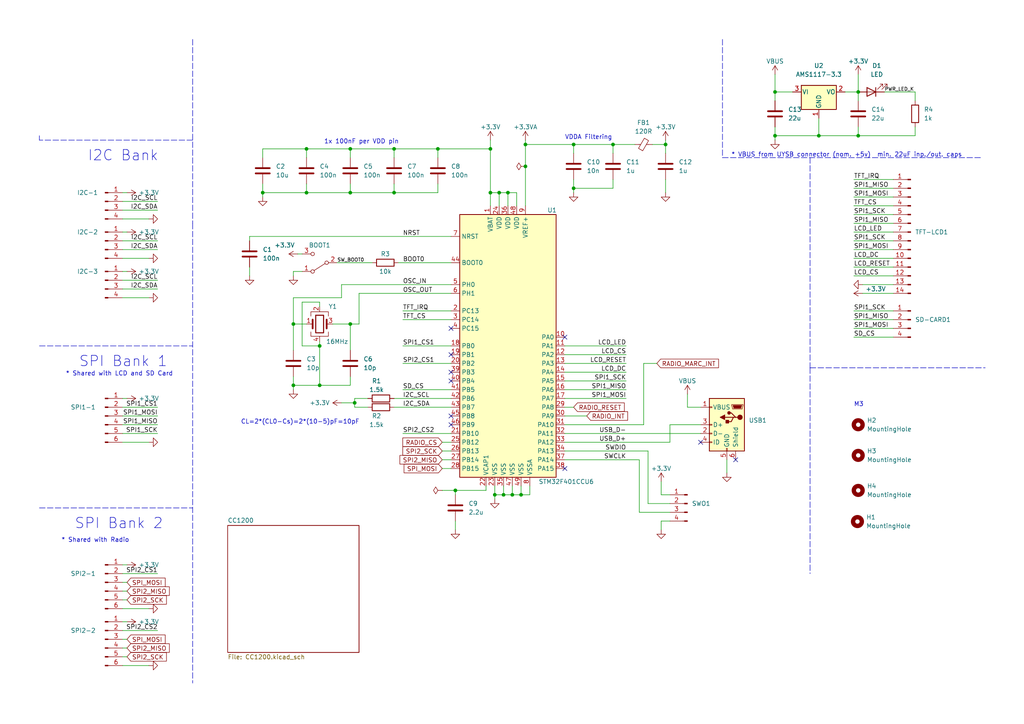
<source format=kicad_sch>
(kicad_sch (version 20211123) (generator eeschema)
  (paper "A4")
  (title_block (title "rocketBeaconModule") (date "2022-08-09") (rev "v0.1.0") (company "ArmstrongLabs") (comment 1 "monitor, additional SPI and I2C communciations.") (comment 2 "testing.  The design allows for SWO flashing, a SD card, TFT/LCD") (comment 3 "STM32F401CCU6 driving a CC1200 Radio for communications"))
  (lib_symbols
    (symbol "Connector:Conn_01x04_Male" (pin_names (offset 1.016) hide)
      (property "Reference" "J" (at 0 5.08 0))
      (property "Value" "Conn_01x04_Male" (at 0 -7.62 0))
      (symbol "Conn_01x04_Male_1_1"
        (polyline (pts (xy 1.27 -5.08) (xy 0.8636 -5.08)) (stroke (width 0.1524)))
        (polyline (pts (xy 1.27 -2.54) (xy 0.8636 -2.54)) (stroke (width 0.1524)))
        (polyline (pts (xy 1.27 0) (xy 0.8636 0)) (stroke (width 0.1524)))
        (polyline (pts (xy 1.27 2.54) (xy 0.8636 2.54)) (stroke (width 0.1524)))
        (rectangle (start 0.8636 -4.953) (end 0 -5.207) (stroke (width 0.1524)) (fill (type outline)))
        (rectangle (start 0.8636 -2.413) (end 0 -2.667) (stroke (width 0.1524)) (fill (type outline)))
        (rectangle (start 0.8636 0.127) (end 0 -0.127) (stroke (width 0.1524)) (fill (type outline)))
        (rectangle (start 0.8636 2.667) (end 0 2.413) (stroke (width 0.1524)) (fill (type outline)))
        (pin passive line (at 5.08 2.54 180) (length 3.81) (name "Pin_1") (number "1"))
        (pin passive line (at 5.08 0 180) (length 3.81) (name "Pin_2") (number "2"))
        (pin passive line (at 5.08 -2.54 180) (length 3.81) (name "Pin_3") (number "3"))
        (pin passive line (at 5.08 -5.08 180) (length 3.81) (name "Pin_4") (number "4"))
      )
    )
    (symbol "Connector:Conn_01x06_Male" (pin_names (offset 1.016) hide)
      (property "Reference" "J" (at 0 7.62 0))
      (property "Value" "Conn_01x06_Male" (at 0 -10.16 0))
      (symbol "Conn_01x06_Male_1_1"
        (polyline (pts (xy 1.27 -7.62) (xy 0.8636 -7.62)) (stroke (width 0.1524)))
        (polyline (pts (xy 1.27 -5.08) (xy 0.8636 -5.08)) (stroke (width 0.1524)))
        (polyline (pts (xy 1.27 -2.54) (xy 0.8636 -2.54)) (stroke (width 0.1524)))
        (polyline (pts (xy 1.27 0) (xy 0.8636 0)) (stroke (width 0.1524)))
        (polyline (pts (xy 1.27 2.54) (xy 0.8636 2.54)) (stroke (width 0.1524)))
        (polyline (pts (xy 1.27 5.08) (xy 0.8636 5.08)) (stroke (width 0.1524)))
        (rectangle (start 0.8636 -7.493) (end 0 -7.747) (stroke (width 0.1524)) (fill (type outline)))
        (rectangle (start 0.8636 -4.953) (end 0 -5.207) (stroke (width 0.1524)) (fill (type outline)))
        (rectangle (start 0.8636 -2.413) (end 0 -2.667) (stroke (width 0.1524)) (fill (type outline)))
        (rectangle (start 0.8636 0.127) (end 0 -0.127) (stroke (width 0.1524)) (fill (type outline)))
        (rectangle (start 0.8636 2.667) (end 0 2.413) (stroke (width 0.1524)) (fill (type outline)))
        (rectangle (start 0.8636 5.207) (end 0 4.953) (stroke (width 0.1524)) (fill (type outline)))
        (pin passive line (at 5.08 5.08 180) (length 3.81) (name "Pin_1") (number "1"))
        (pin passive line (at 5.08 2.54 180) (length 3.81) (name "Pin_2") (number "2"))
        (pin passive line (at 5.08 0 180) (length 3.81) (name "Pin_3") (number "3"))
        (pin passive line (at 5.08 -2.54 180) (length 3.81) (name "Pin_4") (number "4"))
        (pin passive line (at 5.08 -5.08 180) (length 3.81) (name "Pin_5") (number "5"))
        (pin passive line (at 5.08 -7.62 180) (length 3.81) (name "Pin_6") (number "6"))
      )
    )
    (symbol "Connector:Conn_01x14_Male" (pin_names (offset 1.016) hide)
      (property "Reference" "J" (at 0 17.78 0))
      (property "Value" "Conn_01x14_Male" (at 0 -20.32 0))
      (symbol "Conn_01x14_Male_1_1"
        (polyline (pts (xy 1.27 -17.78) (xy 0.8636 -17.78)) (stroke (width 0.1524)))
        (polyline (pts (xy 1.27 -15.24) (xy 0.8636 -15.24)) (stroke (width 0.1524)))
        (polyline (pts (xy 1.27 -12.7) (xy 0.8636 -12.7)) (stroke (width 0.1524)))
        (polyline (pts (xy 1.27 -10.16) (xy 0.8636 -10.16)) (stroke (width 0.1524)))
        (polyline (pts (xy 1.27 -7.62) (xy 0.8636 -7.62)) (stroke (width 0.1524)))
        (polyline (pts (xy 1.27 -5.08) (xy 0.8636 -5.08)) (stroke (width 0.1524)))
        (polyline (pts (xy 1.27 -2.54) (xy 0.8636 -2.54)) (stroke (width 0.1524)))
        (polyline (pts (xy 1.27 0) (xy 0.8636 0)) (stroke (width 0.1524)))
        (polyline (pts (xy 1.27 2.54) (xy 0.8636 2.54)) (stroke (width 0.1524)))
        (polyline (pts (xy 1.27 5.08) (xy 0.8636 5.08)) (stroke (width 0.1524)))
        (polyline (pts (xy 1.27 7.62) (xy 0.8636 7.62)) (stroke (width 0.1524)))
        (polyline (pts (xy 1.27 10.16) (xy 0.8636 10.16)) (stroke (width 0.1524)))
        (polyline (pts (xy 1.27 12.7) (xy 0.8636 12.7)) (stroke (width 0.1524)))
        (polyline (pts (xy 1.27 15.24) (xy 0.8636 15.24)) (stroke (width 0.1524)))
        (rectangle (start 0.8636 -17.653) (end 0 -17.907) (stroke (width 0.1524)) (fill (type outline)))
        (rectangle (start 0.8636 -15.113) (end 0 -15.367) (stroke (width 0.1524)) (fill (type outline)))
        (rectangle (start 0.8636 -12.573) (end 0 -12.827) (stroke (width 0.1524)) (fill (type outline)))
        (rectangle (start 0.8636 -10.033) (end 0 -10.287) (stroke (width 0.1524)) (fill (type outline)))
        (rectangle (start 0.8636 -7.493) (end 0 -7.747) (stroke (width 0.1524)) (fill (type outline)))
        (rectangle (start 0.8636 -4.953) (end 0 -5.207) (stroke (width 0.1524)) (fill (type outline)))
        (rectangle (start 0.8636 -2.413) (end 0 -2.667) (stroke (width 0.1524)) (fill (type outline)))
        (rectangle (start 0.8636 0.127) (end 0 -0.127) (stroke (width 0.1524)) (fill (type outline)))
        (rectangle (start 0.8636 2.667) (end 0 2.413) (stroke (width 0.1524)) (fill (type outline)))
        (rectangle (start 0.8636 5.207) (end 0 4.953) (stroke (width 0.1524)) (fill (type outline)))
        (rectangle (start 0.8636 7.747) (end 0 7.493) (stroke (width 0.1524)) (fill (type outline)))
        (rectangle (start 0.8636 10.287) (end 0 10.033) (stroke (width 0.1524)) (fill (type outline)))
        (rectangle (start 0.8636 12.827) (end 0 12.573) (stroke (width 0.1524)) (fill (type outline)))
        (rectangle (start 0.8636 15.367) (end 0 15.113) (stroke (width 0.1524)) (fill (type outline)))
        (pin passive line (at 5.08 15.24 180) (length 3.81) (name "Pin_1") (number "1"))
        (pin passive line (at 5.08 -7.62 180) (length 3.81) (name "Pin_10") (number "10"))
        (pin passive line (at 5.08 -10.16 180) (length 3.81) (name "Pin_11") (number "11"))
        (pin passive line (at 5.08 -12.7 180) (length 3.81) (name "Pin_12") (number "12"))
        (pin passive line (at 5.08 -15.24 180) (length 3.81) (name "Pin_13") (number "13"))
        (pin passive line (at 5.08 -17.78 180) (length 3.81) (name "Pin_14") (number "14"))
        (pin passive line (at 5.08 12.7 180) (length 3.81) (name "Pin_2") (number "2"))
        (pin passive line (at 5.08 10.16 180) (length 3.81) (name "Pin_3") (number "3"))
        (pin passive line (at 5.08 7.62 180) (length 3.81) (name "Pin_4") (number "4"))
        (pin passive line (at 5.08 5.08 180) (length 3.81) (name "Pin_5") (number "5"))
        (pin passive line (at 5.08 2.54 180) (length 3.81) (name "Pin_6") (number "6"))
        (pin passive line (at 5.08 0 180) (length 3.81) (name "Pin_7") (number "7"))
        (pin passive line (at 5.08 -2.54 180) (length 3.81) (name "Pin_8") (number "8"))
        (pin passive line (at 5.08 -5.08 180) (length 3.81) (name "Pin_9") (number "9"))
      )
    )
    (symbol "Connector:USB_B_Micro" (pin_names (offset 1.016))
      (property "Reference" "J" (at -5.08 11.43 0))
      (property "Value" "USB_B_Micro" (at -5.08 8.89 0))
      (symbol "USB_B_Micro_0_1"
        (rectangle (start -5.08 -7.62) (end 5.08 7.62) (stroke (width 0.254)) (fill (type background)))
        (circle (center -3.81 2.159) (radius 0.635) (stroke (width 0.254)) (fill (type outline)))
        (circle (center -0.635 3.429) (radius 0.381) (stroke (width 0.254)) (fill (type outline)))
        (rectangle (start -0.127 -7.62) (end 0.127 -6.858))
        (polyline (pts (xy -1.905 2.159) (xy 0.635 2.159)) (stroke (width 0.254)))
        (polyline (pts (xy -3.175 2.159) (xy -2.54 2.159) (xy -1.27 3.429) (xy -0.635 3.429)) (stroke (width 0.254)))
        (polyline (pts (xy -2.54 2.159) (xy -1.905 2.159) (xy -1.27 0.889) (xy 0 0.889)) (stroke (width 0.254)))
        (polyline (pts (xy 0.635 2.794) (xy 0.635 1.524) (xy 1.905 2.159) (xy 0.635 2.794)) (stroke (width 0.254)) (fill (type outline)))
        (polyline (pts (xy -4.318 5.588) (xy -1.778 5.588) (xy -2.032 4.826) (xy -4.064 4.826) (xy -4.318 5.588)) (fill (type outline)))
        (polyline (pts (xy -4.699 5.842) (xy -4.699 5.588) (xy -4.445 4.826) (xy -4.445 4.572) (xy -1.651 4.572) (xy -1.651 4.826) (xy -1.397 5.588) (xy -1.397 5.842) (xy -4.699 5.842)))
        (rectangle (start 0.254 1.27) (end -0.508 0.508) (stroke (width 0.254)) (fill (type outline)))
        (rectangle (start 5.08 -5.207) (end 4.318 -4.953))
        (rectangle (start 5.08 -2.667) (end 4.318 -2.413))
        (rectangle (start 5.08 -0.127) (end 4.318 0.127))
        (rectangle (start 5.08 4.953) (end 4.318 5.207))
      )
      (symbol "USB_B_Micro_1_1"
        (pin power_out line (at 7.62 5.08 180) (length 2.54) (name "VBUS") (number "1"))
        (pin bidirectional line (at 7.62 -2.54 180) (length 2.54) (name "D-") (number "2"))
        (pin bidirectional line (at 7.62 0 180) (length 2.54) (name "D+") (number "3"))
        (pin passive line (at 7.62 -5.08 180) (length 2.54) (name "ID") (number "4"))
        (pin power_out line (at 0 -10.16 90) (length 2.54) (name "GND") (number "5"))
        (pin passive line (at -2.54 -10.16 90) (length 2.54) (name "Shield") (number "6"))
      )
    )
    (symbol "Device:C" (pin_numbers hide) (pin_names (offset 0.254))
      (property "Reference" "C" (at 0.635 2.54 0))
      (property "Value" "C" (at 0.635 -2.54 0))
      (symbol "C_0_1"
        (polyline (pts (xy -2.032 -0.762) (xy 2.032 -0.762)) (stroke (width 0.508)))
        (polyline (pts (xy -2.032 0.762) (xy 2.032 0.762)) (stroke (width 0.508)))
      )
      (symbol "C_1_1"
        (pin passive line (at 0 3.81 270) (length 2.794) (name "~") (number "1"))
        (pin passive line (at 0 -3.81 90) (length 2.794) (name "~") (number "2"))
      )
    )
    (symbol "Device:Crystal_GND24" (pin_names (offset 1.016) hide)
      (property "Reference" "Y" (at 3.175 5.08 0))
      (property "Value" "Crystal_GND24" (at 3.175 3.175 0))
      (symbol "Crystal_GND24_0_1"
        (rectangle (start -1.143 2.54) (end 1.143 -2.54) (stroke (width 0.3048)))
        (polyline (pts (xy -2.54 0) (xy -2.032 0)))
        (polyline (pts (xy -2.032 -1.27) (xy -2.032 1.27)) (stroke (width 0.508)))
        (polyline (pts (xy 0 -3.81) (xy 0 -3.556)))
        (polyline (pts (xy 0 3.556) (xy 0 3.81)))
        (polyline (pts (xy 2.032 -1.27) (xy 2.032 1.27)) (stroke (width 0.508)))
        (polyline (pts (xy 2.032 0) (xy 2.54 0)))
        (polyline (pts (xy -2.54 -2.286) (xy -2.54 -3.556) (xy 2.54 -3.556) (xy 2.54 -2.286)))
        (polyline (pts (xy -2.54 2.286) (xy -2.54 3.556) (xy 2.54 3.556) (xy 2.54 2.286)))
      )
      (symbol "Crystal_GND24_1_1"
        (pin passive line (at -3.81 0 0) (length 1.27) (name "1") (number "1"))
        (pin passive line (at 0 5.08 270) (length 1.27) (name "2") (number "2"))
        (pin passive line (at 3.81 0 180) (length 1.27) (name "3") (number "3"))
        (pin passive line (at 0 -5.08 90) (length 1.27) (name "4") (number "4"))
      )
    )
    (symbol "Device:FerriteBead_Small" (pin_numbers hide) (pin_names (offset 0))
      (property "Reference" "FB" (at 1.905 1.27 0))
      (property "Value" "FerriteBead_Small" (at 1.905 -1.27 0))
      (symbol "FerriteBead_Small_0_1"
        (polyline (pts (xy 0 -1.27) (xy 0 -0.7874)))
        (polyline (pts (xy 0 0.889) (xy 0 1.2954)))
        (polyline (pts (xy -1.8288 0.2794) (xy -1.1176 1.4986) (xy 1.8288 -0.2032) (xy 1.1176 -1.4224) (xy -1.8288 0.2794)))
      )
      (symbol "FerriteBead_Small_1_1"
        (pin passive line (at 0 2.54 270) (length 1.27) (name "~") (number "1"))
        (pin passive line (at 0 -2.54 90) (length 1.27) (name "~") (number "2"))
      )
    )
    (symbol "Device:LED" (pin_numbers hide) (pin_names (offset 1.016) hide)
      (property "Reference" "D" (at 0 2.54 0))
      (property "Value" "LED" (at 0 -2.54 0))
      (symbol "LED_0_1"
        (polyline (pts (xy -1.27 -1.27) (xy -1.27 1.27)) (stroke (width 0.254)))
        (polyline (pts (xy -1.27 0) (xy 1.27 0)))
        (polyline (pts (xy 1.27 -1.27) (xy 1.27 1.27) (xy -1.27 0) (xy 1.27 -1.27)) (stroke (width 0.254)))
        (polyline (pts (xy -3.048 -0.762) (xy -4.572 -2.286) (xy -3.81 -2.286) (xy -4.572 -2.286) (xy -4.572 -1.524)))
        (polyline (pts (xy -1.778 -0.762) (xy -3.302 -2.286) (xy -2.54 -2.286) (xy -3.302 -2.286) (xy -3.302 -1.524)))
      )
      (symbol "LED_1_1"
        (pin passive line (at -3.81 0 0) (length 2.54) (name "K") (number "1"))
        (pin passive line (at 3.81 0 180) (length 2.54) (name "A") (number "2"))
      )
    )
    (symbol "Device:R" (pin_numbers hide) (pin_names (offset 0))
      (property "Reference" "R" (at 2.032 0 90))
      (property "Value" "R" (at 0 0 90))
      (symbol "R_0_1"
        (rectangle (start -1.016 -2.54) (end 1.016 2.54) (stroke (width 0.254)))
      )
      (symbol "R_1_1"
        (pin passive line (at 0 3.81 270) (length 1.27) (name "~") (number "1"))
        (pin passive line (at 0 -3.81 90) (length 1.27) (name "~") (number "2"))
      )
    )
    (symbol "MCU_ST_STM32F4:STM32F401CCUx"
      (property "Reference" "U?" (at 10.16 39.37 0))
      (property "Value" "STM32F401CCU6" (at 7.62 -39.37 0))
      (symbol "STM32F401CCUx_0_1"
        (rectangle (start -15.24 -38.1) (end 12.7 38.1) (stroke (width 0.254)) (fill (type background)))
      )
      (symbol "STM32F401CCUx_1_1"
        (pin power_in line (at -6.35 40.64 270) (length 2.54) (name "VBAT") (number "1"))
        (pin bidirectional line (at 15.24 2.54 180) (length 2.54) (name "PA0") (number "10"))
        (pin bidirectional line (at 15.24 0 180) (length 2.54) (name "PA1") (number "11"))
        (pin bidirectional line (at 15.24 -2.54 180) (length 2.54) (name "PA2") (number "12"))
        (pin bidirectional line (at 15.24 -5.08 180) (length 2.54) (name "PA3") (number "13"))
        (pin bidirectional line (at 15.24 -7.62 180) (length 2.54) (name "PA4") (number "14"))
        (pin bidirectional line (at 15.24 -10.16 180) (length 2.54) (name "PA5") (number "15"))
        (pin bidirectional line (at 15.24 -12.7 180) (length 2.54) (name "PA6") (number "16"))
        (pin bidirectional line (at 15.24 -15.24 180) (length 2.54) (name "PA7") (number "17"))
        (pin bidirectional line (at -17.78 0 0) (length 2.54) (name "PB0") (number "18"))
        (pin bidirectional line (at -17.78 -2.54 0) (length 2.54) (name "PB1") (number "19"))
        (pin bidirectional line (at -17.78 10.16 0) (length 2.54) (name "PC13") (number "2"))
        (pin bidirectional line (at -17.78 -5.08 0) (length 2.54) (name "PB2") (number "20"))
        (pin bidirectional line (at -17.78 -25.4 0) (length 2.54) (name "PB10") (number "21"))
        (pin power_in line (at -7.62 -40.64 90) (length 2.54) (name "VCAP1") (number "22"))
        (pin power_in line (at -5.08 -40.64 90) (length 2.54) (name "VSS") (number "23"))
        (pin power_in line (at -3.81 40.64 270) (length 2.54) (name "VDD") (number "24"))
        (pin bidirectional line (at -17.78 -27.94 0) (length 2.54) (name "PB12") (number "25"))
        (pin bidirectional line (at -17.78 -30.48 0) (length 2.54) (name "PB13") (number "26"))
        (pin bidirectional line (at -17.78 -33.02 0) (length 2.54) (name "PB14") (number "27"))
        (pin bidirectional line (at -17.78 -35.56 0) (length 2.54) (name "PB15") (number "28"))
        (pin bidirectional line (at 15.24 -17.78 180) (length 2.54) (name "PA8") (number "29"))
        (pin bidirectional line (at -17.78 7.62 0) (length 2.54) (name "PC14") (number "3"))
        (pin bidirectional line (at 15.24 -20.32 180) (length 2.54) (name "PA9") (number "30"))
        (pin bidirectional line (at 15.24 -22.86 180) (length 2.54) (name "PA10") (number "31"))
        (pin bidirectional line (at 15.24 -25.4 180) (length 2.54) (name "PA11") (number "32"))
        (pin bidirectional line (at 15.24 -27.94 180) (length 2.54) (name "PA12") (number "33"))
        (pin bidirectional line (at 15.24 -30.48 180) (length 2.54) (name "PA13") (number "34"))
        (pin power_in line (at -2.54 -40.64 90) (length 2.54) (name "VSS") (number "35"))
        (pin power_in line (at -1.27 40.64 270) (length 2.54) (name "VDD") (number "36"))
        (pin bidirectional line (at 15.24 -33.02 180) (length 2.54) (name "PA14") (number "37"))
        (pin bidirectional line (at 15.24 -35.56 180) (length 2.54) (name "PA15") (number "38"))
        (pin bidirectional line (at -17.78 -7.62 0) (length 2.54) (name "PB3") (number "39"))
        (pin bidirectional line (at -17.78 5.08 0) (length 2.54) (name "PC15") (number "4"))
        (pin bidirectional line (at -17.78 -10.16 0) (length 2.54) (name "PB4") (number "40"))
        (pin bidirectional line (at -17.78 -12.7 0) (length 2.54) (name "PB5") (number "41"))
        (pin bidirectional line (at -17.78 -15.24 0) (length 2.54) (name "PB6") (number "42"))
        (pin bidirectional line (at -17.78 -17.78 0) (length 2.54) (name "PB7") (number "43"))
        (pin input line (at -17.78 24.13 0) (length 2.54) (name "BOOT0") (number "44"))
        (pin bidirectional line (at -17.78 -20.32 0) (length 2.54) (name "PB8") (number "45"))
        (pin bidirectional line (at -17.78 -22.86 0) (length 2.54) (name "PB9") (number "46"))
        (pin power_in line (at 0 -40.64 90) (length 2.54) (name "VSS") (number "47"))
        (pin power_in line (at 1.27 40.64 270) (length 2.54) (name "VDD") (number "48"))
        (pin power_in line (at 2.54 -40.64 90) (length 2.54) (name "VSS") (number "49"))
        (pin input line (at -17.78 17.78 0) (length 2.54) (name "PH0") (number "5"))
        (pin input line (at -17.78 15.24 0) (length 2.54) (name "PH1") (number "6"))
        (pin input line (at -17.78 31.75 0) (length 2.54) (name "NRST") (number "7"))
        (pin power_in line (at 5.08 -40.64 90) (length 2.54) (name "VSSA") (number "8"))
        (pin power_in line (at 3.81 40.64 270) (length 2.54) (name "VREF+") (number "9"))
      )
    )
    (symbol "Mechanical:MountingHole" (pin_names (offset 1.016))
      (property "Reference" "H" (at 0 5.08 0))
      (property "Value" "MountingHole" (at 0 3.175 0))
      (symbol "MountingHole_0_1"
        (circle (center 0 0) (radius 1.27) (stroke (width 1.27)))
      )
    )
    (symbol "Regulator_Linear:AMS1117-3.3" (pin_names (offset 0.254))
      (property "Reference" "U" (at -3.81 3.175 0))
      (property "Value" "AMS1117-3.3" (at 0 3.175 0))
      (symbol "AMS1117-3.3_0_1"
        (rectangle (start -5.08 -5.08) (end 5.08 1.905) (stroke (width 0.254)) (fill (type background)))
      )
      (symbol "AMS1117-3.3_1_1"
        (pin power_in line (at 0 -7.62 90) (length 2.54) (name "GND") (number "1"))
        (pin power_out line (at 7.62 0 180) (length 2.54) (name "VO") (number "2"))
        (pin power_in line (at -7.62 0 0) (length 2.54) (name "VI") (number "3"))
      )
    )
    (symbol "Switch:SW_SPDT" (pin_names (offset 0) hide)
      (property "Reference" "SW" (at 0 4.318 0))
      (property "Value" "SW_SPDT" (at 0 -5.08 0))
      (symbol "SW_SPDT_0_0"
        (circle (center -2.032 0) (radius 0.508))
        (circle (center 2.032 -2.54) (radius 0.508))
      )
      (symbol "SW_SPDT_0_1"
        (polyline (pts (xy -1.524 0.254) (xy 1.651 2.286)))
        (circle (center 2.032 2.54) (radius 0.508))
      )
      (symbol "SW_SPDT_1_1"
        (pin passive line (at 5.08 2.54 180) (length 2.54) (name "A") (number "1"))
        (pin passive line (at -5.08 0 0) (length 2.54) (name "B") (number "2"))
        (pin passive line (at 5.08 -2.54 180) (length 2.54) (name "C") (number "3"))
      )
    )
    (symbol "power:+3.3V" (power) (pin_names (offset 0))
      (property "Value" "+3.3V" (at 0 3.556 0))
      (symbol "+3.3V_0_1"
        (polyline (pts (xy -0.762 1.27) (xy 0 2.54)))
        (polyline (pts (xy 0 0) (xy 0 2.54)))
        (polyline (pts (xy 0 2.54) (xy 0.762 1.27)))
      )
      (symbol "+3.3V_1_1"
        (pin power_in line (at 0 0 90) (length 0) hide (name "+3.3V") (number "1"))
      )
    )
    (symbol "power:+3.3VA" (power) (pin_names (offset 0))
      (property "Value" "+3.3VA" (at 0 3.556 0))
      (symbol "+3.3VA_0_1"
        (polyline (pts (xy -0.762 1.27) (xy 0 2.54)))
        (polyline (pts (xy 0 0) (xy 0 2.54)))
        (polyline (pts (xy 0 2.54) (xy 0.762 1.27)))
      )
      (symbol "+3.3VA_1_1"
        (pin power_in line (at 0 0 90) (length 0) hide (name "+3.3VA") (number "1"))
      )
    )
    (symbol "power:GND" (power) (pin_names (offset 0))
      (property "Value" "GND" (at 0 -3.81 0))
      (symbol "GND_0_1"
        (polyline (pts (xy 0 0) (xy 0 -1.27) (xy 1.27 -1.27) (xy 0 -2.54) (xy -1.27 -1.27) (xy 0 -1.27)))
      )
      (symbol "GND_1_1"
        (pin power_in line (at 0 0 270) (length 0) hide (name "GND") (number "1"))
      )
    )
    (symbol "power:PWR_FLAG" (power) (pin_numbers hide) (pin_names (offset 0) hide)
      (property "Value" "PWR_FLAG" (at 0 3.81 0))
      (symbol "PWR_FLAG_0_0"
        (pin power_out line (at 0 0 90) (length 0) (name "pwr") (number "1"))
      )
      (symbol "PWR_FLAG_0_1"
        (polyline (pts (xy 0 0) (xy 0 1.27) (xy -1.016 1.905) (xy 0 2.54) (xy 1.016 1.905) (xy 0 1.27)))
      )
    )
    (symbol "power:VBUS" (power) (pin_names (offset 0))
      (property "Value" "VBUS" (at 0 3.81 0))
      (symbol "VBUS_0_1"
        (polyline (pts (xy -0.762 1.27) (xy 0 2.54)))
        (polyline (pts (xy 0 0) (xy 0 2.54)))
        (polyline (pts (xy 0 2.54) (xy 0.762 1.27)))
      )
      (symbol "VBUS_1_1"
        (pin power_in line (at 0 0 90) (length 0) hide (name "VBUS") (number "1"))
      )
    )
  )
  (junction (at 102.87 116.84))
  (junction (at 76.2 55.88))
  (junction (at 143.51 143.51))
  (junction (at 166.37 54.61))
  (junction (at 224.79 26.67))
  (junction (at 224.79 39.37))
  (junction (at 127 43.18))
  (junction (at 85.09 93.98))
  (junction (at 101.6 43.18))
  (junction (at 148.59 143.51))
  (junction (at 152.4 48.26))
  (junction (at 152.4 41.91))
  (junction (at 193.04 41.91))
  (junction (at 92.71 100.33))
  (junction (at 147.32 55.88))
  (junction (at 248.92 26.67))
  (junction (at 166.37 41.91))
  (junction (at 142.24 55.88))
  (junction (at 101.6 55.88))
  (junction (at 248.92 39.37))
  (junction (at 92.71 111.76))
  (junction (at 132.08 142.24))
  (junction (at 85.09 111.76))
  (junction (at 146.05 143.51))
  (junction (at 114.3 55.88))
  (junction (at 237.49 39.37))
  (junction (at 144.78 55.88))
  (junction (at 88.9 43.18))
  (junction (at 177.8 41.91))
  (junction (at 114.3 43.18))
  (junction (at 88.9 55.88))
  (junction (at 142.24 43.18))
  (junction (at 151.13 143.51))
  (junction (at 101.6 93.98))
  (no_connect (at 130.81 110.49))
  (no_connect (at 130.81 123.19))
  (no_connect (at 163.83 135.89))
  (no_connect (at 163.83 97.79))
  (no_connect (at 130.81 102.87))
  (no_connect (at 203.2 128.27))
  (no_connect (at 213.36 133.35))
  (no_connect (at 130.81 95.25))
  (no_connect (at 130.81 120.65))
  (no_connect (at 130.81 107.95))
  (wire (pts (xy 250.19 82.55) (xy 259.08 82.55)))
  (wire (pts (xy 115.57 76.2) (xy 130.81 76.2)))
  (wire (pts (xy 148.59 140.97) (xy 148.59 143.51)))
  (wire (pts (xy 102.87 116.84) (xy 99.06 116.84)))
  (wire (pts (xy 142.24 40.64) (xy 142.24 43.18)))
  (wire (pts (xy 224.79 26.67) (xy 224.79 29.21)))
  (wire (pts (xy 247.65 67.31) (xy 259.08 67.31)))
  (wire (pts (xy 177.8 41.91) (xy 184.15 41.91)))
  (wire (pts (xy 35.56 78.74) (xy 36.83 78.74)))
  (wire (pts (xy 76.2 45.72) (xy 76.2 43.18)))
  (polyline (pts (xy 11.43 147.32) (xy 55.88 147.32)))
  (wire (pts (xy 35.56 69.85) (xy 45.72 69.85)))
  (wire (pts (xy 149.86 59.69) (xy 149.86 55.88)))
  (wire (pts (xy 104.14 85.09) (xy 130.81 85.09)))
  (wire (pts (xy 247.65 80.01) (xy 259.08 80.01)))
  (wire (pts (xy 85.09 109.22) (xy 85.09 111.76)))
  (polyline (pts (xy 209.55 11.43) (xy 209.55 45.72)))
  (wire (pts (xy 35.56 123.19) (xy 45.72 123.19)))
  (wire (pts (xy 114.3 43.18) (xy 114.3 45.72)))
  (wire (pts (xy 35.56 166.37) (xy 45.72 166.37)))
  (wire (pts (xy 189.23 41.91) (xy 193.04 41.91)))
  (wire (pts (xy 177.8 52.07) (xy 177.8 54.61)))
  (wire (pts (xy 128.27 133.35) (xy 130.81 133.35)))
  (wire (pts (xy 35.56 182.88) (xy 45.72 182.88)))
  (wire (pts (xy 237.49 34.29) (xy 237.49 39.37)))
  (wire (pts (xy 142.24 55.88) (xy 142.24 59.69)))
  (wire (pts (xy 85.09 86.36) (xy 85.09 93.98)))
  (wire (pts (xy 247.65 77.47) (xy 259.08 77.47)))
  (wire (pts (xy 247.65 62.23) (xy 259.08 62.23)))
  (wire (pts (xy 35.56 55.88) (xy 36.83 55.88)))
  (wire (pts (xy 194.31 151.13) (xy 191.77 151.13)))
  (wire (pts (xy 35.56 163.83) (xy 36.83 163.83)))
  (wire (pts (xy 147.32 55.88) (xy 144.78 55.88)))
  (wire (pts (xy 224.79 39.37) (xy 224.79 40.64)))
  (wire (pts (xy 194.31 128.27) (xy 194.31 123.19)))
  (wire (pts (xy 101.6 55.88) (xy 88.9 55.88)))
  (wire (pts (xy 128.27 135.89) (xy 130.81 135.89)))
  (wire (pts (xy 76.2 43.18) (xy 88.9 43.18)))
  (wire (pts (xy 247.65 52.07) (xy 259.08 52.07)))
  (wire (pts (xy 92.71 100.33) (xy 92.71 111.76)))
  (wire (pts (xy 35.56 185.42) (xy 36.83 185.42)))
  (wire (pts (xy 146.05 140.97) (xy 146.05 143.51)))
  (wire (pts (xy 163.83 133.35) (xy 185.42 133.35)))
  (wire (pts (xy 177.8 41.91) (xy 166.37 41.91)))
  (wire (pts (xy 153.67 143.51) (xy 151.13 143.51)))
  (wire (pts (xy 88.9 55.88) (xy 76.2 55.88)))
  (wire (pts (xy 99.06 82.55) (xy 99.06 86.36)))
  (polyline (pts (xy 234.95 106.68) (xy 234.95 166.37)))
  (polyline (pts (xy 234.95 106.68) (xy 285.75 106.68)))
  (wire (pts (xy 256.54 26.67) (xy 265.43 26.67)))
  (wire (pts (xy 166.37 41.91) (xy 166.37 44.45)))
  (wire (pts (xy 101.6 53.34) (xy 101.6 55.88)))
  (wire (pts (xy 132.08 151.13) (xy 132.08 153.67)))
  (wire (pts (xy 101.6 43.18) (xy 101.6 45.72)))
  (wire (pts (xy 191.77 143.51) (xy 191.77 139.7)))
  (wire (pts (xy 92.71 87.63) (xy 87.63 87.63)))
  (wire (pts (xy 148.59 143.51) (xy 146.05 143.51)))
  (wire (pts (xy 116.84 113.03) (xy 130.81 113.03)))
  (wire (pts (xy 116.84 125.73) (xy 130.81 125.73)))
  (wire (pts (xy 185.42 133.35) (xy 185.42 148.59)))
  (wire (pts (xy 248.92 26.67) (xy 248.92 21.59)))
  (wire (pts (xy 194.31 143.51) (xy 191.77 143.51)))
  (wire (pts (xy 35.56 125.73) (xy 45.72 125.73)))
  (wire (pts (xy 116.84 100.33) (xy 130.81 100.33)))
  (wire (pts (xy 248.92 39.37) (xy 237.49 39.37)))
  (wire (pts (xy 35.56 63.5) (xy 43.18 63.5)))
  (wire (pts (xy 185.42 148.59) (xy 194.31 148.59)))
  (wire (pts (xy 193.04 40.64) (xy 193.04 41.91)))
  (wire (pts (xy 247.65 69.85) (xy 259.08 69.85)))
  (wire (pts (xy 35.56 58.42) (xy 45.72 58.42)))
  (wire (pts (xy 104.14 93.98) (xy 101.6 93.98)))
  (wire (pts (xy 88.9 43.18) (xy 101.6 43.18)))
  (wire (pts (xy 265.43 39.37) (xy 248.92 39.37)))
  (wire (pts (xy 151.13 143.51) (xy 148.59 143.51)))
  (polyline (pts (xy 11.43 100.33) (xy 55.88 100.33)))
  (wire (pts (xy 186.69 105.41) (xy 190.5 105.41)))
  (wire (pts (xy 101.6 111.76) (xy 92.71 111.76)))
  (wire (pts (xy 152.4 40.64) (xy 152.4 41.91)))
  (wire (pts (xy 35.56 83.82) (xy 45.72 83.82)))
  (wire (pts (xy 76.2 55.88) (xy 76.2 57.15)))
  (wire (pts (xy 265.43 36.83) (xy 265.43 39.37)))
  (wire (pts (xy 250.19 85.09) (xy 259.08 85.09)))
  (wire (pts (xy 144.78 55.88) (xy 142.24 55.88)))
  (polyline (pts (xy 11.43 39.37) (xy 11.43 40.64)))
  (wire (pts (xy 166.37 54.61) (xy 177.8 54.61)))
  (wire (pts (xy 35.56 171.45) (xy 36.83 171.45)))
  (wire (pts (xy 163.83 130.81) (xy 187.96 130.81)))
  (wire (pts (xy 85.09 78.74) (xy 85.09 80.01)))
  (polyline (pts (xy 55.88 64.77) (xy 55.88 198.12)))
  (wire (pts (xy 101.6 109.22) (xy 101.6 111.76)))
  (wire (pts (xy 35.56 115.57) (xy 36.83 115.57)))
  (wire (pts (xy 87.63 87.63) (xy 87.63 100.33)))
  (wire (pts (xy 163.83 105.41) (xy 181.61 105.41)))
  (wire (pts (xy 97.79 76.2) (xy 107.95 76.2)))
  (wire (pts (xy 152.4 48.26) (xy 152.4 59.69)))
  (wire (pts (xy 85.09 93.98) (xy 85.09 101.6)))
  (wire (pts (xy 132.08 143.51) (xy 132.08 142.24)))
  (wire (pts (xy 163.83 128.27) (xy 194.31 128.27)))
  (wire (pts (xy 163.83 107.95) (xy 181.61 107.95)))
  (wire (pts (xy 187.96 146.05) (xy 194.31 146.05)))
  (wire (pts (xy 143.51 140.97) (xy 143.51 143.51)))
  (wire (pts (xy 92.71 111.76) (xy 85.09 111.76)))
  (wire (pts (xy 224.79 21.59) (xy 224.79 26.67)))
  (wire (pts (xy 35.56 193.04) (xy 43.18 193.04)))
  (wire (pts (xy 191.77 151.13) (xy 191.77 153.67)))
  (wire (pts (xy 35.56 173.99) (xy 36.83 173.99)))
  (wire (pts (xy 127 43.18) (xy 142.24 43.18)))
  (wire (pts (xy 35.56 86.36) (xy 43.18 86.36)))
  (wire (pts (xy 166.37 52.07) (xy 166.37 54.61)))
  (wire (pts (xy 114.3 43.18) (xy 127 43.18)))
  (wire (pts (xy 101.6 43.18) (xy 114.3 43.18)))
  (wire (pts (xy 245.11 26.67) (xy 248.92 26.67)))
  (wire (pts (xy 132.08 142.24) (xy 140.97 142.24)))
  (wire (pts (xy 102.87 118.11) (xy 102.87 116.84)))
  (wire (pts (xy 247.65 74.93) (xy 259.08 74.93)))
  (wire (pts (xy 224.79 26.67) (xy 229.87 26.67)))
  (wire (pts (xy 199.39 118.11) (xy 203.2 118.11)))
  (wire (pts (xy 153.67 140.97) (xy 153.67 143.51)))
  (wire (pts (xy 163.83 120.65) (xy 170.18 120.65)))
  (wire (pts (xy 143.51 143.51) (xy 143.51 144.78)))
  (polyline (pts (xy 209.55 45.72) (xy 284.48 45.72)))
  (wire (pts (xy 88.9 53.34) (xy 88.9 55.88)))
  (wire (pts (xy 114.3 55.88) (xy 101.6 55.88)))
  (wire (pts (xy 72.39 68.58) (xy 72.39 69.85)))
  (wire (pts (xy 35.56 67.31) (xy 36.83 67.31)))
  (wire (pts (xy 72.39 68.58) (xy 130.81 68.58)))
  (wire (pts (xy 104.14 85.09) (xy 104.14 93.98)))
  (wire (pts (xy 106.68 115.57) (xy 102.87 115.57)))
  (wire (pts (xy 35.56 120.65) (xy 45.72 120.65)))
  (wire (pts (xy 247.65 92.71) (xy 259.08 92.71)))
  (wire (pts (xy 163.83 125.73) (xy 203.2 125.73)))
  (wire (pts (xy 87.63 100.33) (xy 92.71 100.33)))
  (wire (pts (xy 265.43 26.67) (xy 265.43 29.21)))
  (wire (pts (xy 102.87 115.57) (xy 102.87 116.84)))
  (wire (pts (xy 163.83 102.87) (xy 181.61 102.87)))
  (wire (pts (xy 88.9 43.18) (xy 88.9 45.72)))
  (wire (pts (xy 35.56 81.28) (xy 45.72 81.28)))
  (wire (pts (xy 247.65 90.17) (xy 259.08 90.17)))
  (wire (pts (xy 166.37 41.91) (xy 152.4 41.91)))
  (wire (pts (xy 35.56 128.27) (xy 43.18 128.27)))
  (wire (pts (xy 106.68 118.11) (xy 102.87 118.11)))
  (wire (pts (xy 177.8 44.45) (xy 177.8 41.91)))
  (wire (pts (xy 248.92 36.83) (xy 248.92 39.37)))
  (wire (pts (xy 87.63 78.74) (xy 85.09 78.74)))
  (wire (pts (xy 114.3 53.34) (xy 114.3 55.88)))
  (wire (pts (xy 127 53.34) (xy 127 55.88)))
  (wire (pts (xy 163.83 123.19) (xy 186.69 123.19)))
  (wire (pts (xy 247.65 64.77) (xy 259.08 64.77)))
  (wire (pts (xy 35.56 118.11) (xy 45.72 118.11)))
  (wire (pts (xy 152.4 41.91) (xy 152.4 48.26)))
  (wire (pts (xy 114.3 115.57) (xy 130.81 115.57)))
  (wire (pts (xy 92.71 100.33) (xy 92.71 99.06)))
  (wire (pts (xy 128.27 142.24) (xy 132.08 142.24)))
  (wire (pts (xy 114.3 118.11) (xy 130.81 118.11)))
  (wire (pts (xy 96.52 93.98) (xy 101.6 93.98)))
  (wire (pts (xy 144.78 55.88) (xy 144.78 59.69)))
  (wire (pts (xy 140.97 142.24) (xy 140.97 140.97)))
  (wire (pts (xy 127 45.72) (xy 127 43.18)))
  (wire (pts (xy 116.84 90.17) (xy 130.81 90.17)))
  (wire (pts (xy 163.83 113.03) (xy 181.61 113.03)))
  (wire (pts (xy 116.84 105.41) (xy 130.81 105.41)))
  (wire (pts (xy 247.65 59.69) (xy 259.08 59.69)))
  (wire (pts (xy 187.96 130.81) (xy 187.96 146.05)))
  (wire (pts (xy 210.82 133.35) (xy 210.82 137.16)))
  (wire (pts (xy 193.04 52.07) (xy 193.04 55.88)))
  (wire (pts (xy 127 55.88) (xy 114.3 55.88)))
  (wire (pts (xy 194.31 123.19) (xy 203.2 123.19)))
  (wire (pts (xy 247.65 97.79) (xy 259.08 97.79)))
  (wire (pts (xy 35.56 74.93) (xy 43.18 74.93)))
  (polyline (pts (xy 55.88 11.43) (xy 55.88 64.77)))
  (wire (pts (xy 86.36 73.66) (xy 87.63 73.66)))
  (wire (pts (xy 35.56 187.96) (xy 36.83 187.96)))
  (wire (pts (xy 186.69 123.19) (xy 186.69 105.41)))
  (wire (pts (xy 99.06 86.36) (xy 85.09 86.36)))
  (wire (pts (xy 35.56 180.34) (xy 36.83 180.34)))
  (wire (pts (xy 146.05 143.51) (xy 143.51 143.51)))
  (wire (pts (xy 85.09 93.98) (xy 88.9 93.98)))
  (wire (pts (xy 35.56 72.39) (xy 45.72 72.39)))
  (wire (pts (xy 163.83 110.49) (xy 181.61 110.49)))
  (wire (pts (xy 247.65 54.61) (xy 259.08 54.61)))
  (wire (pts (xy 35.56 60.96) (xy 45.72 60.96)))
  (wire (pts (xy 142.24 43.18) (xy 142.24 55.88)))
  (wire (pts (xy 35.56 190.5) (xy 36.83 190.5)))
  (wire (pts (xy 149.86 55.88) (xy 147.32 55.88)))
  (polyline (pts (xy 234.95 45.72) (xy 234.95 106.68)))
  (wire (pts (xy 163.83 118.11) (xy 166.37 118.11)))
  (wire (pts (xy 85.09 111.76) (xy 85.09 113.03)))
  (polyline (pts (xy 55.88 40.64) (xy 11.43 40.64)))
  (wire (pts (xy 193.04 41.91) (xy 193.04 44.45)))
  (wire (pts (xy 76.2 53.34) (xy 76.2 55.88)))
  (wire (pts (xy 199.39 114.3) (xy 199.39 118.11)))
  (wire (pts (xy 92.71 88.9) (xy 92.71 87.63)))
  (wire (pts (xy 248.92 26.67) (xy 248.92 29.21)))
  (wire (pts (xy 116.84 92.71) (xy 130.81 92.71)))
  (wire (pts (xy 247.65 72.39) (xy 259.08 72.39)))
  (wire (pts (xy 72.39 77.47) (xy 72.39 80.01)))
  (wire (pts (xy 147.32 55.88) (xy 147.32 59.69)))
  (wire (pts (xy 163.83 100.33) (xy 181.61 100.33)))
  (wire (pts (xy 128.27 130.81) (xy 130.81 130.81)))
  (wire (pts (xy 35.56 168.91) (xy 36.83 168.91)))
  (wire (pts (xy 166.37 54.61) (xy 166.37 55.88)))
  (wire (pts (xy 247.65 57.15) (xy 259.08 57.15)))
  (wire (pts (xy 35.56 176.53) (xy 43.18 176.53)))
  (wire (pts (xy 247.65 95.25) (xy 259.08 95.25)))
  (wire (pts (xy 128.27 128.27) (xy 130.81 128.27)))
  (wire (pts (xy 101.6 93.98) (xy 101.6 101.6)))
  (wire (pts (xy 151.13 140.97) (xy 151.13 143.51)))
  (wire (pts (xy 224.79 36.83) (xy 224.79 39.37)))
  (wire (pts (xy 237.49 39.37) (xy 224.79 39.37)))
  (wire (pts (xy 163.83 115.57) (xy 181.61 115.57)))
  (wire (pts (xy 99.06 82.55) (xy 130.81 82.55)))
  (text "SPI Bank 2" (at 21.59 153.67 0) (effects (font (size 3 3)) (justify left bottom)))
  (text "VDDA Filtering" (at 163.83 40.64 0) (effects (font (size 1.27 1.27)) (justify left bottom)))
  (text "M3" (at 247.65 118.11 0) (effects (font (size 1.27 1.27)) (justify left bottom)))
  (text "* Shared with Radio" (at 17.78 157.48 0) (effects (font (size 1.27 1.27)) (justify left bottom)))
  (text "1x 100nF per VDD pin" (at 93.98 41.91 0) (effects (font (size 1.27 1.27)) (justify left bottom)))
  (text "CL=2*(CL0-Cs)=2*(10-5)pF=10pF" (at 69.85 123.19 0) (effects (font (size 1.27 1.27)) (justify left bottom)))
  (text "SPI Bank 1" (at 22.86 106.68 0) (effects (font (size 3 3)) (justify left bottom)))
  (text "* Shared with LCD and SD Card" (at 19.05 109.22 0) (effects (font (size 1.27 1.27)) (justify left bottom)))
  (text "* VBUS from UYSB connector (nom. +5v)  min. 22uF inp./out. caps" (at 212.09 45.72 0) (effects (font (size 1.27 1.27)) (justify left bottom)))
  (text "I2C Bank" (at 25.4 46.99 0) (effects (font (size 3 3)) (justify left bottom)))
  (label "SPI1_MOSI" (at 247.65 95.25 0))
  (label "SPI1_MOSI" (at 247.65 72.39 0))
  (label "I2C_SCL" (at 45.72 81.28 180))
  (label "TFT_CS" (at 116.84 92.71 0))
  (label "SPI1_MISO" (at 45.72 123.19 180))
  (label "SWCLK" (at 181.61 133.35 180))
  (label "SPI1_SCK" (at 181.61 110.49 180))
  (label "LCD_LED" (at 247.65 67.31 0))
  (label "SPI1_SCK" (at 247.65 69.85 0))
  (label "TFT_CS" (at 247.65 59.69 0))
  (label "PWR_LED_K" (at 256.54 26.67 0) (effects (font (size 1 1))))
  (label "LCD_LED" (at 181.61 100.33 180))
  (label "I2C_SDA" (at 45.72 60.96 180))
  (label "I2C_SCL" (at 45.72 58.42 180))
  (label "SD_CS" (at 247.65 97.79 0))
  (label "SPI2_CS2" (at 116.84 125.73 0))
  (label "USB_D+" (at 181.61 128.27 180))
  (label "LCD_RESET" (at 247.65 77.47 0))
  (label "I2C_SDA" (at 45.72 72.39 180))
  (label "SPI2_CS1" (at 116.84 105.41 0))
  (label "SPI1_MISO" (at 247.65 92.71 0))
  (label "I2C_SDA" (at 116.84 118.11 0))
  (label "OSC_OUT" (at 116.84 85.09 0))
  (label "TFT_IRQ" (at 116.84 90.17 0))
  (label "SPI1_MISO" (at 181.61 113.03 180))
  (label "LCD_RESET" (at 181.61 105.41 180))
  (label "TFT_IRQ" (at 247.65 52.07 0))
  (label "I2C_SCL" (at 116.84 115.57 0))
  (label "USB_D-" (at 181.61 125.73 180))
  (label "LCD_DC" (at 181.61 107.95 180))
  (label "SPI1_SCK" (at 45.72 125.73 180))
  (label "OSC_IN" (at 116.84 82.55 0))
  (label "SPI1_SCK" (at 247.65 62.23 0))
  (label "SPI1_CS1" (at 45.72 118.11 180))
  (label "SPI2_CS2" (at 45.72 182.88 180))
  (label "BOOT0" (at 116.84 76.2 0))
  (label "SW_BOOT0" (at 97.79 76.2 0) (effects (font (size 1 1))))
  (label "SPI2_CS1" (at 45.72 166.37 180))
  (label "SPI1_SCK" (at 247.65 90.17 0))
  (label "NRST" (at 116.84 68.58 0))
  (label "SPI1_MOSI" (at 247.65 57.15 0))
  (label "SPI1_MISO" (at 247.65 64.77 0))
  (label "SPI1_MOSI" (at 45.72 120.65 180))
  (label "LCD_CS" (at 181.61 102.87 180))
  (label "SPI1_MOSI" (at 181.61 115.57 180))
  (label "I2C_SDA" (at 45.72 83.82 180))
  (label "LCD_CS" (at 247.65 80.01 0))
  (label "SD_CS" (at 116.84 113.03 0))
  (label "I2C_SCL" (at 45.72 69.85 180))
  (label "SPI1_MISO" (at 247.65 54.61 0))
  (label "SWDIO" (at 181.61 130.81 180))
  (label "SPI1_CS1" (at 116.84 100.33 0))
  (label "LCD_DC" (at 247.65 74.93 0))
  (global_label "SPI_MOSI" (shape input) (at 128.27 135.89 180) (property "Intersheet References" "${INTERSHEET_REFS}" (effects hide)))
  (global_label "RADIO_CS" (shape input) (at 128.27 128.27 180) (property "Intersheet References" "${INTERSHEET_REFS}" (effects hide)))
  (global_label "SPI2_SCK" (shape input) (at 128.27 130.81 180) (property "Intersheet References" "${INTERSHEET_REFS}" (effects hide)))
  (global_label "SPI2_SCK" (shape input) (at 36.83 190.5 0) (property "Intersheet References" "${INTERSHEET_REFS}" (effects hide)))
  (global_label "RADIO_INT" (shape input) (at 170.18 120.65 0) (property "Intersheet References" "${INTERSHEET_REFS}" (effects hide)))
  (global_label "RADIO_RESET" (shape input) (at 166.37 118.11 0) (property "Intersheet References" "${INTERSHEET_REFS}" (effects hide)))
  (global_label "SPI2_MISO" (shape input) (at 36.83 171.45 0) (property "Intersheet References" "${INTERSHEET_REFS}" (effects hide)))
  (global_label "SPI_MOSI" (shape input) (at 36.83 185.42 0) (property "Intersheet References" "${INTERSHEET_REFS}" (effects hide)))
  (global_label "RADIO_MARC_INT" (shape input) (at 190.5 105.41 0) (property "Intersheet References" "${INTERSHEET_REFS}" (effects hide)))
  (global_label "SPI2_MISO" (shape input) (at 128.27 133.35 180) (property "Intersheet References" "${INTERSHEET_REFS}" (effects hide)))
  (global_label "SPI_MOSI" (shape input) (at 36.83 168.91 0) (property "Intersheet References" "${INTERSHEET_REFS}" (effects hide)))
  (global_label "SPI2_SCK" (shape input) (at 36.83 173.99 0) (property "Intersheet References" "${INTERSHEET_REFS}" (effects hide)))
  (global_label "SPI2_MISO" (shape input) (at 36.83 187.96 0) (property "Intersheet References" "${INTERSHEET_REFS}" (effects hide)))
  (symbol (lib_id "power:GND") (at 85.09 80.01 0) (unit 1)
    (property "Reference" "#PWR015" (effects hide))
    (property "Value" "GND" (effects hide))
  )
  (symbol (lib_id "Device:R") (at 265.43 33.02 0) (unit 1)
    (property "Reference" "R4" (at 267.97 31.7499 0) (effects (justify left)))
    (property "Value" "1k" (at 267.97 34.2899 0) (effects (justify left)))
    (property "Footprint" "Resistor_SMD:R_0402_1005Metric" (effects hide))
  )
  (symbol (lib_id "power:GND") (at 76.2 57.15 0) (unit 1)
    (property "Reference" "#PWR014" (effects hide))
    (property "Value" "GND" (effects hide))
  )
  (symbol (lib_id "Device:C") (at 88.9 49.53 0) (unit 1)
    (property "Reference" "C4" (at 92.71 48.2599 0) (effects (justify left)))
    (property "Value" "100n" (at 92.71 50.7999 0) (effects (justify left)))
    (property "Footprint" "Capacitor_SMD:C_0402_1005Metric" (effects hide))
  )
  (symbol (lib_id "Connector:Conn_01x06_Male") (at 30.48 168.91 0) (unit 1)
    (property "Reference" "SPI2-1" (at 24.13 166.37 0))
    (property "Value" "SPI2 - 1" (effects hide))
    (property "Footprint" "Connector_PinHeader_2.54mm:PinHeader_1x06_P2.54mm_Horizontal" (effects hide))
  )
  (symbol (lib_id "power:GND") (at 132.08 153.67 0) (unit 1)
    (property "Reference" "#PWR019" (effects hide))
    (property "Value" "GND" (effects hide))
  )
  (symbol (lib_id "Connector:Conn_01x04_Male") (at 30.48 69.85 0) (unit 1)
    (property "Reference" "I2C-2" (at 25.4 67.31 0))
    (property "Value" "I2C - 2" (effects hide))
    (property "Footprint" "Connector_PinHeader_2.54mm:PinHeader_1x04_P2.54mm_Horizontal" (effects hide))
  )
  (symbol (lib_id "power:+3.3V") (at 36.83 67.31 270) (unit 1)
    (property "Reference" "#PWR02" (effects hide))
    (property "Value" "+3.3V" (at 43.18 67.31 90))
  )
  (symbol (lib_id "power:GND") (at 193.04 55.88 0) (unit 1)
    (property "Reference" "#PWR027" (effects hide))
    (property "Value" "GND" (effects hide))
  )
  (symbol (lib_id "Device:FerriteBead_Small") (at 186.69 41.91 90) (unit 1)
    (property "Reference" "FB1" (at 186.6519 35.56 90))
    (property "Value" "120R" (at 186.6519 38.1 90))
    (property "Footprint" "Inductor_SMD:L_0603_1608Metric" (effects hide))
  )
  (symbol (lib_id "Device:C") (at 127 49.53 0) (unit 1)
    (property "Reference" "C8" (at 130.81 48.2599 0) (effects (justify left)))
    (property "Value" "100n" (at 130.81 50.7999 0) (effects (justify left)))
    (property "Footprint" "Capacitor_SMD:C_0402_1005Metric" (effects hide))
  )
  (symbol (lib_id "Connector:Conn_01x06_Male") (at 30.48 185.42 0) (unit 1)
    (property "Reference" "SPI2-2" (at 24.13 182.88 0))
    (property "Value" "SPI2 - 2" (effects hide))
    (property "Footprint" "Connector_PinHeader_2.54mm:PinHeader_1x06_P2.54mm_Horizontal" (effects hide))
  )
  (symbol (lib_id "power:GND") (at 143.51 144.78 0) (unit 1)
    (property "Reference" "#PWR021" (effects hide))
    (property "Value" "GND" (effects hide))
  )
  (symbol (lib_id "Device:C") (at 114.3 49.53 0) (unit 1)
    (property "Reference" "C7" (at 118.11 48.2599 0) (effects (justify left)))
    (property "Value" "100n" (at 118.11 50.7999 0) (effects (justify left)))
    (property "Footprint" "Capacitor_SMD:C_0402_1005Metric" (effects hide))
  )
  (symbol (lib_id "power:+3.3V") (at 142.24 40.64 0) (unit 1)
    (property "Reference" "#PWR020" (effects hide))
    (property "Value" "+3.3V" (at 142.24 36.83 0))
  )
  (symbol (lib_id "Device:R") (at 110.49 115.57 90) (unit 1)
    (property "Reference" "R1" (at 109.22 110.49 90))
    (property "Value" "1.5k" (at 109.22 113.03 90))
    (property "Footprint" "Resistor_SMD:R_0402_1005Metric" (effects hide))
  )
  (symbol (lib_id "power:GND") (at 224.79 40.64 0) (unit 1)
    (property "Reference" "#PWR031" (effects hide))
    (property "Value" "GND" (effects hide))
  )
  (symbol (lib_id "power:+3.3V") (at 86.36 73.66 90) (unit 1)
    (property "Reference" "#PWR017" (effects hide))
    (property "Value" "+3.3V" (at 82.55 71.12 90))
  )
  (symbol (lib_id "power:+3.3V") (at 193.04 40.64 0) (unit 1)
    (property "Reference" "#PWR026" (effects hide))
    (property "Value" "+3.3V" (at 193.04 36.83 0))
  )
  (symbol (lib_id "power:GND") (at 43.18 86.36 90) (unit 1)
    (property "Reference" "#PWR09" (effects hide))
    (property "Value" "GND" (effects hide))
  )
  (symbol (lib_id "power:GND") (at 85.09 113.03 0) (unit 1)
    (property "Reference" "#PWR016" (effects hide))
    (property "Value" "GND" (effects hide))
  )
  (symbol (lib_id "Regulator_Linear:AMS1117-3.3") (at 237.49 26.67 0) (unit 1)
    (property "Reference" "U2" (at 237.49 19.05 0))
    (property "Value" "AMS1117-3.3" (at 237.49 21.59 0))
    (property "Footprint" "Package_TO_SOT_SMD:SOT-223-3_TabPin2" (effects hide))
    (property "Datasheet" "http://www.advanced-monolithic.com/pdf/ds1117.pdf" (effects hide))
  )
  (symbol (lib_id "power:GND") (at 43.18 193.04 90) (unit 1)
    (property "Reference" "#PWR012" (effects hide))
    (property "Value" "GND" (effects hide))
  )
  (symbol (lib_id "Device:C") (at 132.08 147.32 0) (unit 1)
    (property "Reference" "C9" (at 135.89 146.0499 0) (effects (justify left)))
    (property "Value" "2.2u" (at 135.89 148.5899 0) (effects (justify left)))
    (property "Footprint" "Capacitor_SMD:C_0402_1005Metric" (effects hide))
  )
  (symbol (lib_id "power:+3.3VA") (at 152.4 40.64 0) (unit 1)
    (property "Reference" "#PWR022" (effects hide))
    (property "Value" "+3.3VA" (at 152.4 36.83 0))
  )
  (symbol (lib_id "power:GND") (at 43.18 176.53 90) (unit 1)
    (property "Reference" "#PWR011" (effects hide))
    (property "Value" "GND" (effects hide))
  )
  (symbol (lib_id "power:+3.3V") (at 36.83 163.83 270) (unit 1)
    (property "Reference" "#PWR05" (effects hide))
    (property "Value" "+3.3V" (at 43.18 163.83 90))
  )
  (symbol (lib_id "power:+3.3V") (at 36.83 115.57 270) (unit 1)
    (property "Reference" "#PWR04" (effects hide))
    (property "Value" "+3.3V" (at 43.18 115.57 90))
  )
  (symbol (lib_id "power:VBUS") (at 224.79 21.59 0) (unit 1)
    (property "Reference" "#PWR030" (effects hide))
    (property "Value" "VBUS" (at 224.79 17.78 0))
  )
  (symbol (lib_id "power:+3.3V") (at 99.06 116.84 90) (unit 1)
    (property "Reference" "#PWR018" (effects hide))
    (property "Value" "+3.3V" (at 92.71 116.84 90))
  )
  (symbol (lib_id "power:+3.3V") (at 36.83 55.88 270) (unit 1)
    (property "Reference" "#PWR01" (effects hide))
    (property "Value" "+3.3V" (at 43.18 55.88 90))
  )
  (symbol (lib_id "power:+3.3V") (at 250.19 85.09 90) (unit 1)
    (property "Reference" "#PWR034" (effects hide))
    (property "Value" "+3.3V" (at 254 83.82 90))
  )
  (symbol (lib_id "Connector:Conn_01x04_Male") (at 264.16 92.71 0) (mirror y) (unit 1)
    (property "Reference" "SD-CARD1" (at 265.43 92.7099 0) (effects (justify right)))
    (property "Value" "SD Card" (effects hide))
    (property "Footprint" "Connector_PinSocket_2.54mm:PinSocket_1x04_P2.54mm_Vertical" (effects hide))
  )
  (symbol (lib_id "Device:Crystal_GND24") (at 92.71 93.98 0) (unit 1)
    (property "Reference" "Y1" (at 96.52 88.9 0))
    (property "Value" "16MHz" (at 97.79 99.06 0))
    (property "Footprint" "Crystal:Crystal_SMD_3225-4Pin_3.2x2.5mm" (effects hide))
  )
  (symbol (lib_id "power:GND") (at 166.37 55.88 0) (unit 1)
    (property "Reference" "#PWR023" (effects hide))
    (property "Value" "GND" (effects hide))
  )
  (symbol (lib_id "power:PWR_FLAG") (at 128.27 142.24 90) (unit 1)
    (property "Reference" "#FLG0101" (effects hide))
    (property "Value" "PWR_FLAG" (effects hide))
  )
  (symbol (lib_id "Device:R") (at 111.76 76.2 90) (unit 1)
    (property "Reference" "R3" (at 111.76 73.66 90))
    (property "Value" "10k" (at 111.76 78.74 90))
    (property "Footprint" "Resistor_SMD:R_0402_1005Metric" (effects hide))
  )
  (symbol (lib_id "Device:C") (at 101.6 49.53 0) (unit 1)
    (property "Reference" "C5" (at 105.41 48.2599 0) (effects (justify left)))
    (property "Value" "100n" (at 105.41 50.7999 0) (effects (justify left)))
    (property "Footprint" "Capacitor_SMD:C_0402_1005Metric" (effects hide))
  )
  (symbol (lib_id "Device:LED") (at 252.73 26.67 180) (unit 1)
    (property "Reference" "D1" (at 254.3175 19.05 0))
    (property "Value" "LED" (at 254.3175 21.59 0))
    (property "Footprint" "LED_SMD:LED_0603_1608Metric" (effects hide))
  )
  (symbol (lib_id "Device:C") (at 76.2 49.53 0) (unit 1)
    (property "Reference" "C2" (at 80.01 48.2599 0) (effects (justify left)))
    (property "Value" "10u" (at 80.01 50.7999 0) (effects (justify left)))
    (property "Footprint" "Capacitor_SMD:C_0603_1608Metric" (effects hide))
  )
  (symbol (lib_id "Device:C") (at 248.92 33.02 0) (unit 1)
    (property "Reference" "C14" (at 252.73 31.7499 0) (effects (justify left)))
    (property "Value" "22u" (at 252.73 34.2899 0) (effects (justify left)))
    (property "Footprint" "Capacitor_SMD:C_0805_2012Metric" (effects hide))
  )
  (symbol (lib_id "power:+3.3V") (at 36.83 180.34 270) (unit 1)
    (property "Reference" "#PWR06" (effects hide))
    (property "Value" "+3.3V" (at 43.18 180.34 90))
  )
  (symbol (lib_id "power:+3.3V") (at 248.92 21.59 0) (unit 1)
    (property "Reference" "#PWR032" (effects hide))
    (property "Value" "+3.3V" (at 248.92 17.78 0))
  )
  (symbol (lib_id "power:+3.3V") (at 36.83 78.74 270) (unit 1)
    (property "Reference" "#PWR03" (effects hide))
    (property "Value" "+3.3V" (at 43.18 78.74 90))
  )
  (symbol (lib_id "Mechanical:MountingHole") (at 248.92 142.24 0) (unit 1)
    (property "Reference" "H4" (at 251.46 140.9699 0) (effects (justify left)))
    (property "Value" "MountingHole" (at 251.46 143.5099 0) (effects (justify left)))
    (property "Footprint" "MountingHole:MountingHole_3.2mm_M3" (effects hide))
  )
  (symbol (lib_id "Connector:Conn_01x04_Male") (at 30.48 58.42 0) (unit 1)
    (property "Reference" "I2C-1" (at 25.4 55.88 0))
    (property "Value" "I2C - 1" (effects hide))
    (property "Footprint" "Connector_PinHeader_2.54mm:PinHeader_1x04_P2.54mm_Horizontal" (effects hide))
  )
  (symbol (lib_id "Connector:USB_B_Micro") (at 210.82 123.19 0) (mirror y) (unit 1)
    (property "Reference" "USB1" (at 217.17 121.9199 0) (effects (justify right)))
    (property "Value" "USB_B_Micro" (effects hide))
    (property "Footprint" "Connector_USB:USB_Micro-B_Molex_47346-0001" (effects hide))
  )
  (symbol (lib_id "Connector:Conn_01x04_Male") (at 199.39 146.05 0) (mirror y) (unit 1)
    (property "Reference" "SWO1" (at 200.66 146.0499 0) (effects (justify right)))
    (property "Value" "SWO" (effects hide))
    (property "Footprint" "Connector_PinHeader_2.54mm:PinHeader_1x04_P2.54mm_Horizontal" (effects hide))
  )
  (symbol (lib_id "Mechanical:MountingHole") (at 248.92 123.19 0) (unit 1)
    (property "Reference" "H2" (at 251.46 121.9199 0) (effects (justify left)))
    (property "Value" "MountingHole" (at 251.46 124.4599 0) (effects (justify left)))
    (property "Footprint" "MountingHole:MountingHole_3.2mm_M3" (effects hide))
  )
  (symbol (lib_id "Device:C") (at 193.04 48.26 0) (unit 1)
    (property "Reference" "C12" (at 196.85 46.9899 0) (effects (justify left)))
    (property "Value" "1u" (at 196.85 49.5299 0) (effects (justify left)))
    (property "Footprint" "Capacitor_SMD:C_0402_1005Metric" (effects hide))
  )
  (symbol (lib_id "Switch:SW_SPDT") (at 92.71 76.2 180) (unit 1)
    (property "Reference" "BOOT1" (at 92.71 71.12 0))
    (property "Value" "SW_SPDT" (effects hide))
    (property "Footprint" "Button_Switch_SMD:SW_SPDT_PCM12" (effects hide))
  )
  (symbol (lib_id "Connector:Conn_01x14_Male") (at 264.16 67.31 0) (mirror y) (unit 1)
    (property "Reference" "TFT-LCD1" (at 265.43 67.3099 0) (effects (justify right)))
    (property "Value" "TFT LCD" (effects hide))
    (property "Footprint" "Connector_PinSocket_2.54mm:PinSocket_1x14_P2.54mm_Vertical" (effects hide))
  )
  (symbol (lib_id "Device:C") (at 72.39 73.66 0) (unit 1)
    (property "Reference" "C1" (at 76.2 72.3899 0) (effects (justify left)))
    (property "Value" "100n" (at 76.2 74.9299 0) (effects (justify left)))
    (property "Footprint" "Capacitor_SMD:C_0402_1005Metric" (effects hide))
  )
  (symbol (lib_id "power:VBUS") (at 199.39 114.3 0) (unit 1)
    (property "Reference" "#PWR028" (effects hide))
    (property "Value" "VBUS" (at 199.39 110.49 0))
  )
  (symbol (lib_id "Connector:Conn_01x04_Male") (at 30.48 81.28 0) (unit 1)
    (property "Reference" "I2C-3" (at 25.4 78.74 0))
    (property "Value" "I2C - 3" (effects hide))
    (property "Footprint" "Connector_PinHeader_2.54mm:PinHeader_1x04_P2.54mm_Horizontal" (effects hide))
  )
  (symbol (lib_id "Device:C") (at 224.79 33.02 0) (unit 1)
    (property "Reference" "C13" (at 228.6 31.7499 0) (effects (justify left)))
    (property "Value" "22u" (at 228.6 34.2899 0) (effects (justify left)))
    (property "Footprint" "Capacitor_SMD:C_0805_2012Metric" (effects hide))
  )
  (symbol (lib_id "Device:C") (at 177.8 48.26 0) (unit 1)
    (property "Reference" "C11" (at 181.61 46.9899 0) (effects (justify left)))
    (property "Value" "1u" (at 181.61 49.5299 0) (effects (justify left)))
    (property "Footprint" "Capacitor_SMD:C_0402_1005Metric" (effects hide))
  )
  (symbol (lib_id "power:GND") (at 210.82 137.16 0) (unit 1)
    (property "Reference" "#PWR029" (effects hide))
    (property "Value" "GND" (effects hide))
  )
  (symbol (lib_id "Device:C") (at 166.37 48.26 0) (unit 1)
    (property "Reference" "C10" (at 170.18 46.9899 0) (effects (justify left)))
    (property "Value" "10n" (at 170.18 49.5299 0) (effects (justify left)))
    (property "Footprint" "Capacitor_SMD:C_0402_1005Metric" (effects hide))
  )
  (symbol (lib_id "Connector:Conn_01x06_Male") (at 30.48 120.65 0) (unit 1)
    (property "Reference" "SPI1-1" (at 24.13 118.11 0))
    (property "Value" "SPI1 - 1" (effects hide))
    (property "Footprint" "Connector_PinHeader_2.54mm:PinHeader_1x06_P2.54mm_Horizontal" (effects hide))
  )
  (symbol (lib_id "Device:C") (at 85.09 105.41 0) (unit 1)
    (property "Reference" "C3" (at 88.9 104.1399 0) (effects (justify left)))
    (property "Value" "10p" (at 88.9 106.6799 0) (effects (justify left)))
    (property "Footprint" "Capacitor_SMD:C_0402_1005Metric" (effects hide))
  )
  (symbol (lib_id "Device:C") (at 101.6 105.41 0) (unit 1)
    (property "Reference" "C6" (at 105.41 104.1399 0) (effects (justify left)))
    (property "Value" "10p" (at 105.41 106.6799 0) (effects (justify left)))
    (property "Footprint" "Capacitor_SMD:C_0402_1005Metric" (effects hide))
  )
  (symbol (lib_id "Mechanical:MountingHole") (at 248.6943 151.2705 0) (unit 1)
    (property "Reference" "H1" (at 251.2343 150.0004 0) (effects (justify left)))
    (property "Value" "MountingHole" (at 251.2343 152.5404 0) (effects (justify left)))
    (property "Footprint" "MountingHole:MountingHole_3.2mm_M3" (effects hide))
  )
  (symbol (lib_id "power:+3.3V") (at 191.77 139.7 0) (unit 1)
    (property "Reference" "#PWR024" (effects hide))
    (property "Value" "+3.3V" (at 191.77 135.89 0))
  )
  (symbol (lib_id "Mechanical:MountingHole") (at 248.92 132.08 0) (unit 1)
    (property "Reference" "H3" (at 251.46 130.8099 0) (effects (justify left)))
    (property "Value" "MountingHole" (at 251.46 133.3499 0) (effects (justify left)))
    (property "Footprint" "MountingHole:MountingHole_3.2mm_M3" (effects hide))
  )
  (symbol (lib_id "Device:R") (at 110.49 118.11 90) (unit 1)
    (property "Reference" "R2" (at 109.22 120.65 90))
    (property "Value" "1.5k" (at 109.22 123.19 90))
    (property "Footprint" "Resistor_SMD:R_0402_1005Metric" (effects hide))
  )
  (symbol (lib_id "power:GND") (at 250.19 82.55 270) (unit 1)
    (property "Reference" "#PWR033" (effects hide))
    (property "Value" "GND" (effects hide))
  )
  (symbol (lib_id "power:PWR_FLAG") (at 152.4 48.26 90) (unit 1)
    (property "Reference" "#FLG01" (effects hide))
    (property "Value" "PWR_FLAG" (effects hide))
  )
  (symbol (lib_id "power:GND") (at 72.39 80.01 0) (unit 1)
    (property "Reference" "#PWR013" (effects hide))
    (property "Value" "GND" (effects hide))
  )
  (symbol (lib_id "MCU_ST_STM32F4:STM32F401CCUx") (at 148.59 100.33 0) (unit 1)
    (property "Reference" "U1" (at 158.75 60.96 0) (effects (justify left)))
    (property "Value" "STM32F401CCU6" (at 156.21 139.7 0) (effects (justify left)))
    (property "Footprint" "Package_DFN_QFN:QFN-48-1EP_7x7mm_P0.5mm_EP5.6x5.6mm" (effects hide))
    (property "Datasheet" "http://www.st.com/st-web-ui/static/active/en/resource/technical/document/datasheet/DM00086815.pdf" (effects hide))
  )
  (symbol (lib_id "power:GND") (at 43.18 63.5 90) (unit 1)
    (property "Reference" "#PWR07" (effects hide))
    (property "Value" "GND" (effects hide))
  )
  (symbol (lib_id "power:GND") (at 43.18 128.27 90) (unit 1)
    (property "Reference" "#PWR010" (effects hide))
    (property "Value" "GND" (effects hide))
  )
  (symbol (lib_id "power:GND") (at 191.77 153.67 0) (unit 1)
    (property "Reference" "#PWR025" (effects hide))
    (property "Value" "GND" (effects hide))
  )
  (symbol (lib_id "power:GND") (at 43.18 74.93 90) (unit 1)
    (property "Reference" "#PWR08" (effects hide))
    (property "Value" "GND" (effects hide))
  )
  (sheet (at 66.04 152.4) (size 38.1 36.83) (stroke (width 0.1524))
    (property "Sheet name" "CC1200" (at 66.04 151.6884 0) (effects (justify left bottom)))
    (property "Sheet file" "CC1200.kicad_sch" (at 66.04 189.8146 0) (effects (justify left top)))
  )
)
</source>
